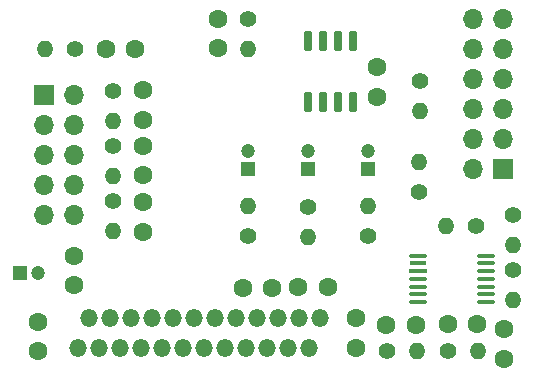
<source format=gbr>
%TF.GenerationSoftware,KiCad,Pcbnew,7.0.7*%
%TF.CreationDate,2024-03-26T11:27:05-06:00*%
%TF.ProjectId,rgb2comp,72676232-636f-46d7-902e-6b696361645f,1.0*%
%TF.SameCoordinates,Original*%
%TF.FileFunction,Soldermask,Top*%
%TF.FilePolarity,Negative*%
%FSLAX46Y46*%
G04 Gerber Fmt 4.6, Leading zero omitted, Abs format (unit mm)*
G04 Created by KiCad (PCBNEW 7.0.7) date 2024-03-26 11:27:05*
%MOMM*%
%LPD*%
G01*
G04 APERTURE LIST*
G04 Aperture macros list*
%AMRoundRect*
0 Rectangle with rounded corners*
0 $1 Rounding radius*
0 $2 $3 $4 $5 $6 $7 $8 $9 X,Y pos of 4 corners*
0 Add a 4 corners polygon primitive as box body*
4,1,4,$2,$3,$4,$5,$6,$7,$8,$9,$2,$3,0*
0 Add four circle primitives for the rounded corners*
1,1,$1+$1,$2,$3*
1,1,$1+$1,$4,$5*
1,1,$1+$1,$6,$7*
1,1,$1+$1,$8,$9*
0 Add four rect primitives between the rounded corners*
20,1,$1+$1,$2,$3,$4,$5,0*
20,1,$1+$1,$4,$5,$6,$7,0*
20,1,$1+$1,$6,$7,$8,$9,0*
20,1,$1+$1,$8,$9,$2,$3,0*%
%AMFreePoly0*
4,1,5,0.737500,-0.200000,-0.737500,-0.200000,-0.737500,0.200000,0.737500,0.200000,0.737500,-0.200000,0.737500,-0.200000,$1*%
G04 Aperture macros list end*
%ADD10R,1.700000X1.700000*%
%ADD11O,1.700000X1.700000*%
%ADD12RoundRect,0.150000X-0.150000X0.725000X-0.150000X-0.725000X0.150000X-0.725000X0.150000X0.725000X0*%
%ADD13C,1.400000*%
%ADD14O,1.400000X1.400000*%
%ADD15C,1.600000*%
%ADD16R,1.200000X1.200000*%
%ADD17C,1.200000*%
%ADD18O,1.500000X1.500000*%
%ADD19RoundRect,0.100000X0.637500X0.100000X-0.637500X0.100000X-0.637500X-0.100000X0.637500X-0.100000X0*%
%ADD20R,1.475000X0.400000*%
%ADD21FreePoly0,180.000000*%
G04 APERTURE END LIST*
D10*
%TO.C,J2*%
X167005000Y-90716500D03*
D11*
X164465000Y-90716500D03*
X167005000Y-88176500D03*
X164465000Y-88176500D03*
X167005000Y-85636500D03*
X164465000Y-85636500D03*
X167005000Y-83096500D03*
X164465000Y-83096500D03*
X167005000Y-80556500D03*
X164465000Y-80556500D03*
X167005000Y-78016500D03*
X164465000Y-78016500D03*
%TD*%
D12*
%TO.C,U1*%
X154305000Y-79886500D03*
X153035000Y-79886500D03*
X151765000Y-79886500D03*
X150495000Y-79886500D03*
X150495000Y-85036500D03*
X151765000Y-85036500D03*
X153035000Y-85036500D03*
X154305000Y-85036500D03*
%TD*%
D13*
%TO.C,R3*%
X133985000Y-84130000D03*
D14*
X133985000Y-86670000D03*
%TD*%
D15*
%TO.C,C18*%
X156350000Y-82150000D03*
X156350000Y-84650000D03*
%TD*%
D13*
%TO.C,R1*%
X130760000Y-80556500D03*
D14*
X128220000Y-80556500D03*
%TD*%
D13*
%TO.C,R13*%
X155575000Y-96381500D03*
D14*
X155575000Y-93841500D03*
%TD*%
D13*
%TO.C,R4*%
X134000000Y-93480000D03*
D14*
X134000000Y-96020000D03*
%TD*%
D16*
%TO.C,C8*%
X126077401Y-99550000D03*
D17*
X127577401Y-99550000D03*
%TD*%
D13*
%TO.C,R6*%
X160000000Y-83280000D03*
D14*
X160000000Y-85820000D03*
%TD*%
D13*
%TO.C,R10*%
X162330000Y-106150000D03*
D14*
X164870000Y-106150000D03*
%TD*%
D13*
%TO.C,R7*%
X167800000Y-99330000D03*
D14*
X167800000Y-101870000D03*
%TD*%
D15*
%TO.C,C3*%
X136500000Y-86600000D03*
X136500000Y-84100000D03*
%TD*%
D13*
%TO.C,C19*%
X164700000Y-95550000D03*
D14*
X162160000Y-95550000D03*
%TD*%
D13*
%TO.C,R2*%
X133985000Y-88811500D03*
D14*
X133985000Y-91351500D03*
%TD*%
D18*
%TO.C,V1*%
X151473500Y-103330000D03*
X150584500Y-105870000D03*
X149695500Y-103330000D03*
X148806500Y-105870000D03*
X147917500Y-103330000D03*
X147028500Y-105870000D03*
X146139500Y-103330000D03*
X145250500Y-105870000D03*
X144361500Y-103330000D03*
X143472500Y-105870000D03*
X142583500Y-103330000D03*
X141694500Y-105870000D03*
X140805500Y-103330000D03*
X139916500Y-105870000D03*
X139027500Y-103330000D03*
X138138500Y-105870000D03*
X137249500Y-103330000D03*
X136360500Y-105870000D03*
X135471500Y-103330000D03*
X134582500Y-105870000D03*
X133693500Y-103330000D03*
X132804500Y-105870000D03*
X131915500Y-103330000D03*
X131026500Y-105870000D03*
%TD*%
D13*
%TO.C,R9*%
X157130000Y-106150000D03*
D14*
X159670000Y-106150000D03*
%TD*%
D15*
%TO.C,C4*%
X136500000Y-96050000D03*
X136500000Y-93550000D03*
%TD*%
D13*
%TO.C,R11*%
X145415000Y-96381500D03*
D14*
X145415000Y-93841500D03*
%TD*%
D15*
%TO.C,C1*%
X133370000Y-80556500D03*
X135870000Y-80556500D03*
%TD*%
%TO.C,C17*%
X149650000Y-100750000D03*
X152150000Y-100750000D03*
%TD*%
%TO.C,C7*%
X127600000Y-106200000D03*
X127600000Y-103700000D03*
%TD*%
D16*
%TO.C,C10*%
X155575000Y-90716500D03*
D17*
X155575000Y-89216500D03*
%TD*%
D19*
%TO.C,D1*%
X165512500Y-102000000D03*
X165512500Y-101350000D03*
X165512500Y-100700000D03*
X165512500Y-100050000D03*
X165512500Y-99400000D03*
X165512500Y-98750000D03*
X165512500Y-98100000D03*
X159787500Y-98100000D03*
D20*
X159787500Y-98750000D03*
D21*
X159787500Y-99400000D03*
D19*
X159787500Y-100050000D03*
X159787500Y-100700000D03*
X159787500Y-101350000D03*
X159787500Y-102000000D03*
%TD*%
D15*
%TO.C,C12*%
X157100000Y-103950000D03*
X159600000Y-103950000D03*
%TD*%
%TO.C,C15*%
X154550000Y-105900000D03*
X154550000Y-103400000D03*
%TD*%
%TO.C,C5*%
X142875000Y-80536500D03*
X142875000Y-78036500D03*
%TD*%
D10*
%TO.C,J1*%
X128138000Y-84460000D03*
D11*
X130678000Y-84460000D03*
X128138000Y-87000000D03*
X130678000Y-87000000D03*
X128138000Y-89540000D03*
X130678000Y-89540000D03*
X128138000Y-92080000D03*
X130678000Y-92080000D03*
X128138000Y-94620000D03*
X130678000Y-94620000D03*
%TD*%
D16*
%TO.C,C9*%
X150495000Y-90716500D03*
D17*
X150495000Y-89216500D03*
%TD*%
D16*
%TO.C,C6*%
X145415000Y-90716500D03*
D17*
X145415000Y-89216500D03*
%TD*%
D13*
%TO.C,R12*%
X150495000Y-93941500D03*
D14*
X150495000Y-96481500D03*
%TD*%
D13*
%TO.C,R5*%
X145415000Y-78066500D03*
D14*
X145415000Y-80606500D03*
%TD*%
D15*
%TO.C,C14*%
X167100000Y-106800000D03*
X167100000Y-104300000D03*
%TD*%
%TO.C,C2*%
X136500000Y-91300000D03*
X136500000Y-88800000D03*
%TD*%
D13*
%TO.C,R14*%
X159850000Y-92720000D03*
D14*
X159850000Y-90180000D03*
%TD*%
D15*
%TO.C,C13*%
X162300000Y-103900000D03*
X164800000Y-103900000D03*
%TD*%
D13*
%TO.C,R8*%
X167850000Y-94630000D03*
D14*
X167850000Y-97170000D03*
%TD*%
D15*
%TO.C,C11*%
X130650000Y-100600000D03*
X130650000Y-98100000D03*
%TD*%
%TO.C,C16*%
X147450000Y-100800000D03*
X144950000Y-100800000D03*
%TD*%
M02*

</source>
